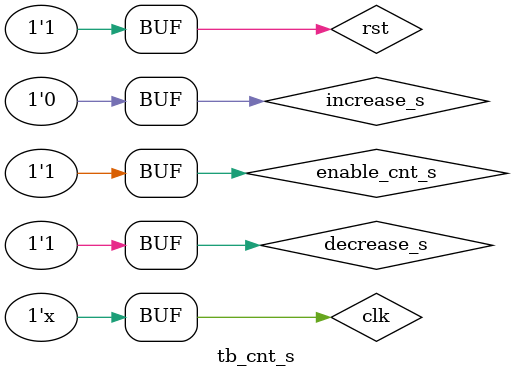
<source format=v>
`timescale 1ns / 1ps

module tb_cnt_s;
    reg clk;
    reg rst;
    reg pulse_1s;
    reg increase_s;
    reg decrease_s;
    reg enable_cnt_s;
    wire [5:0] cnt_s;
    wire pulse_1mi;

    // Instantiate the Unit Under Test (UUT)
    cnt_s uut (
        .clk(clk), 
        .rst(rst), 
        .pulse_1s(pulse_1s),
        .increase_s(increase_s),
        .decrease_s(decrease_s),
        .enable_cnt_s(enable_cnt_s),
        .cnt_s(cnt_s),
        .pulse_1mi(pulse_1mi)
    );

    initial begin
        // Initialize Inputs
        clk = 0;
        rst = 0;
        pulse_1s = 0;
        increase_s = 0;
        decrease_s = 0;
        enable_cnt_s = 0;

        // Wait for 100 ns for global reset to finish
        #100;
        
        // De-assert reset
        rst = 1;
        #100;
        
        // First 1000ns: enable = 0, increase and decrease varies
        enable_cnt_s = 0;
        increase_s = 0;
        decrease_s = 1;
        repeat(10) begin
            #100;
            increase_s = ~increase_s;
            decrease_s = ~decrease_s;
        end

        // Next 1000ns: enable = 1, increase and decrease varies
        enable_cnt_s = 1;
        repeat(10) begin
            #100;
            increase_s = ~increase_s;
            decrease_s = ~decrease_s;
        end

    end
      
    // Clock generator
    always #10 clk = ~clk;
    
    // pulse_1s is set high for 1 clk every 5clk
    integer count = 0;
    always @(posedge clk) begin
        if(count == 4) begin
            pulse_1s = 1;
            count = 0;
        end else begin
            pulse_1s = 0;
            count = count + 1;
        end
    end
endmodule

</source>
